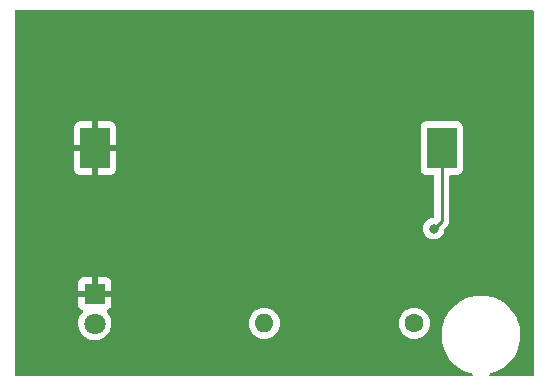
<source format=gbr>
%TF.GenerationSoftware,KiCad,Pcbnew,6.0.11+dfsg-1*%
%TF.CreationDate,2024-09-11T15:53:31+10:00*%
%TF.ProjectId,big_muff_pi_copy,6269675f-6d75-4666-965f-70695f636f70,V1*%
%TF.SameCoordinates,Original*%
%TF.FileFunction,Copper,L2,Bot*%
%TF.FilePolarity,Positive*%
%FSLAX46Y46*%
G04 Gerber Fmt 4.6, Leading zero omitted, Abs format (unit mm)*
G04 Created by KiCad (PCBNEW 6.0.11+dfsg-1) date 2024-09-11 15:53:31*
%MOMM*%
%LPD*%
G01*
G04 APERTURE LIST*
%TA.AperFunction,ComponentPad*%
%ADD10R,1.800000X1.800000*%
%TD*%
%TA.AperFunction,ComponentPad*%
%ADD11C,1.800000*%
%TD*%
%TA.AperFunction,ComponentPad*%
%ADD12C,1.600000*%
%TD*%
%TA.AperFunction,ComponentPad*%
%ADD13O,1.600000X1.600000*%
%TD*%
%TA.AperFunction,SMDPad,CuDef*%
%ADD14R,2.540000X3.510000*%
%TD*%
%TA.AperFunction,ViaPad*%
%ADD15C,0.800000*%
%TD*%
%TA.AperFunction,Conductor*%
%ADD16C,0.250000*%
%TD*%
G04 APERTURE END LIST*
D10*
%TO.P,D1,1,K*%
%TO.N,GND*%
X132302287Y-102482679D03*
D11*
%TO.P,D1,2,A*%
%TO.N,/led*%
X132302287Y-105022679D03*
%TD*%
D12*
%TO.P,R1,1*%
%TO.N,VCC*%
X159350000Y-105000000D03*
D13*
%TO.P,R1,2*%
%TO.N,/led*%
X146650000Y-105000000D03*
%TD*%
D14*
%TO.P,BT1,1,+*%
%TO.N,VCC*%
X161680000Y-90175000D03*
%TO.P,BT1,2,-*%
%TO.N,GND*%
X132320000Y-90175000D03*
%TD*%
D15*
%TO.N,VCC*%
X161000000Y-97000000D03*
%TD*%
D16*
%TO.N,VCC*%
X161680000Y-96320000D02*
X161000000Y-97000000D01*
X161680000Y-90175000D02*
X161680000Y-96320000D01*
%TO.N,GND*%
X132320000Y-90175000D02*
X132320000Y-102464966D01*
X132320000Y-102464966D02*
X132302287Y-102482679D01*
%TD*%
%TA.AperFunction,Conductor*%
%TO.N,GND*%
G36*
X169433621Y-78528502D02*
G01*
X169480114Y-78582158D01*
X169491500Y-78634500D01*
X169491500Y-109365500D01*
X169471498Y-109433621D01*
X169417842Y-109480114D01*
X169365500Y-109491500D01*
X165821533Y-109491500D01*
X165753412Y-109471498D01*
X165706919Y-109417842D01*
X165696815Y-109347568D01*
X165726309Y-109282988D01*
X165786035Y-109244604D01*
X165795121Y-109242299D01*
X165876191Y-109224919D01*
X166219355Y-109111428D01*
X166548256Y-108961540D01*
X166551193Y-108959796D01*
X166551199Y-108959793D01*
X166856110Y-108778749D01*
X166859044Y-108777007D01*
X166935018Y-108719964D01*
X167145354Y-108562041D01*
X167145363Y-108562034D01*
X167148086Y-108559989D01*
X167411999Y-108313023D01*
X167647696Y-108039000D01*
X167784106Y-107840522D01*
X167850490Y-107743934D01*
X167850495Y-107743927D01*
X167852420Y-107741125D01*
X167854032Y-107738131D01*
X167854037Y-107738123D01*
X168022154Y-107425893D01*
X168023776Y-107422881D01*
X168159760Y-107087993D01*
X168168300Y-107058015D01*
X168257847Y-106743655D01*
X168258781Y-106740377D01*
X168311057Y-106434551D01*
X168319109Y-106387447D01*
X168319109Y-106387445D01*
X168319681Y-106384100D01*
X168320052Y-106378043D01*
X168341635Y-106025160D01*
X168341747Y-106023330D01*
X168341796Y-106009357D01*
X168341822Y-106001820D01*
X168341822Y-106001809D01*
X168341828Y-106000000D01*
X168322282Y-105639085D01*
X168263871Y-105282391D01*
X168167279Y-104934093D01*
X168161625Y-104919883D01*
X168034896Y-104601428D01*
X168034892Y-104601420D01*
X168033636Y-104598263D01*
X168019849Y-104572223D01*
X167866100Y-104281841D01*
X167866098Y-104281837D01*
X167864506Y-104278831D01*
X167661866Y-103979534D01*
X167659661Y-103976934D01*
X167659655Y-103976926D01*
X167480535Y-103765716D01*
X167428088Y-103703872D01*
X167165905Y-103455070D01*
X166878386Y-103236039D01*
X166875474Y-103234282D01*
X166875469Y-103234279D01*
X166571815Y-103051103D01*
X166571806Y-103051098D01*
X166568893Y-103049341D01*
X166565803Y-103047907D01*
X166565798Y-103047904D01*
X166244143Y-102898597D01*
X166244141Y-102898596D01*
X166241047Y-102897160D01*
X166237812Y-102896065D01*
X166237807Y-102896063D01*
X165901919Y-102782371D01*
X165898684Y-102781276D01*
X165545807Y-102703046D01*
X165418774Y-102689021D01*
X165189927Y-102663756D01*
X165189922Y-102663756D01*
X165186546Y-102663383D01*
X165183147Y-102663377D01*
X165183146Y-102663377D01*
X165012755Y-102663080D01*
X164825102Y-102662752D01*
X164710738Y-102674974D01*
X164469088Y-102700798D01*
X164469080Y-102700799D01*
X164465705Y-102701160D01*
X164112557Y-102778159D01*
X163769791Y-102892847D01*
X163766698Y-102894269D01*
X163766697Y-102894270D01*
X163583193Y-102978672D01*
X163441416Y-103043883D01*
X163131273Y-103229499D01*
X162842991Y-103447525D01*
X162579942Y-103695410D01*
X162577730Y-103698000D01*
X162577729Y-103698001D01*
X162532494Y-103750964D01*
X162345203Y-103970254D01*
X162343275Y-103973081D01*
X162343273Y-103973083D01*
X162331130Y-103990884D01*
X162141520Y-104268843D01*
X161971275Y-104587682D01*
X161970000Y-104590854D01*
X161969998Y-104590858D01*
X161889202Y-104791846D01*
X161836461Y-104923043D01*
X161783291Y-105112202D01*
X161751746Y-105224428D01*
X161738654Y-105271003D01*
X161738093Y-105274356D01*
X161738092Y-105274360D01*
X161692368Y-105547601D01*
X161678999Y-105627490D01*
X161658192Y-105988335D01*
X161658783Y-106000000D01*
X161676479Y-106349316D01*
X161733644Y-106706211D01*
X161829020Y-107054845D01*
X161961489Y-107391139D01*
X162129504Y-107711159D01*
X162331097Y-108011162D01*
X162563912Y-108287639D01*
X162825224Y-108537354D01*
X163111977Y-108757387D01*
X163114890Y-108759158D01*
X163417902Y-108943393D01*
X163417907Y-108943396D01*
X163420817Y-108945165D01*
X163423905Y-108946611D01*
X163423904Y-108946611D01*
X163745045Y-109097045D01*
X163745055Y-109097049D01*
X163748129Y-109098489D01*
X163751347Y-109099591D01*
X163751350Y-109099592D01*
X164086863Y-109214464D01*
X164086871Y-109214466D01*
X164090086Y-109215567D01*
X164093416Y-109216317D01*
X164093418Y-109216318D01*
X164209965Y-109242583D01*
X164272022Y-109277071D01*
X164305582Y-109339636D01*
X164299989Y-109410412D01*
X164257020Y-109466928D01*
X164190316Y-109491242D01*
X164182265Y-109491500D01*
X125634500Y-109491500D01*
X125566379Y-109471498D01*
X125519886Y-109417842D01*
X125508500Y-109365500D01*
X125508500Y-104988148D01*
X130889382Y-104988148D01*
X130889679Y-104993301D01*
X130889679Y-104993304D01*
X130902416Y-105214208D01*
X130902714Y-105219376D01*
X130903851Y-105224422D01*
X130903852Y-105224428D01*
X130936028Y-105367202D01*
X130953633Y-105445321D01*
X130955575Y-105450103D01*
X130955576Y-105450107D01*
X131030946Y-105635721D01*
X131040771Y-105659916D01*
X131043470Y-105664320D01*
X131153762Y-105844300D01*
X131161788Y-105857398D01*
X131313434Y-106032463D01*
X131491636Y-106180409D01*
X131691609Y-106297263D01*
X131696434Y-106299105D01*
X131696435Y-106299106D01*
X131734124Y-106313498D01*
X131907981Y-106379888D01*
X131913047Y-106380919D01*
X131913048Y-106380919D01*
X131966133Y-106391719D01*
X132134943Y-106426064D01*
X132265611Y-106430855D01*
X132361236Y-106434362D01*
X132361240Y-106434362D01*
X132366400Y-106434551D01*
X132371520Y-106433895D01*
X132371522Y-106433895D01*
X132444557Y-106424539D01*
X132596134Y-106405121D01*
X132601082Y-106403636D01*
X132601089Y-106403635D01*
X132813034Y-106340048D01*
X132817977Y-106338565D01*
X132822611Y-106336295D01*
X133021336Y-106238941D01*
X133021339Y-106238939D01*
X133025971Y-106236670D01*
X133214530Y-106102173D01*
X133378590Y-105938684D01*
X133513745Y-105750596D01*
X133560928Y-105655129D01*
X133614071Y-105547601D01*
X133614072Y-105547599D01*
X133616365Y-105542959D01*
X133683695Y-105321350D01*
X133713927Y-105091720D01*
X133715614Y-105022679D01*
X133713749Y-105000000D01*
X145336502Y-105000000D01*
X145356457Y-105228087D01*
X145357881Y-105233400D01*
X145357881Y-105233402D01*
X145371912Y-105285764D01*
X145415716Y-105449243D01*
X145418039Y-105454224D01*
X145418039Y-105454225D01*
X145510151Y-105651762D01*
X145510154Y-105651767D01*
X145512477Y-105656749D01*
X145643802Y-105844300D01*
X145805700Y-106006198D01*
X145810208Y-106009355D01*
X145810211Y-106009357D01*
X145830167Y-106023330D01*
X145993251Y-106137523D01*
X145998233Y-106139846D01*
X145998238Y-106139849D01*
X146195775Y-106231961D01*
X146200757Y-106234284D01*
X146206065Y-106235706D01*
X146206067Y-106235707D01*
X146416598Y-106292119D01*
X146416600Y-106292119D01*
X146421913Y-106293543D01*
X146650000Y-106313498D01*
X146878087Y-106293543D01*
X146883400Y-106292119D01*
X146883402Y-106292119D01*
X147093933Y-106235707D01*
X147093935Y-106235706D01*
X147099243Y-106234284D01*
X147104225Y-106231961D01*
X147301762Y-106139849D01*
X147301767Y-106139846D01*
X147306749Y-106137523D01*
X147469833Y-106023330D01*
X147489789Y-106009357D01*
X147489792Y-106009355D01*
X147494300Y-106006198D01*
X147656198Y-105844300D01*
X147787523Y-105656749D01*
X147789846Y-105651767D01*
X147789849Y-105651762D01*
X147881961Y-105454225D01*
X147881961Y-105454224D01*
X147884284Y-105449243D01*
X147928089Y-105285764D01*
X147942119Y-105233402D01*
X147942119Y-105233400D01*
X147943543Y-105228087D01*
X147963498Y-105000000D01*
X158036502Y-105000000D01*
X158056457Y-105228087D01*
X158057881Y-105233400D01*
X158057881Y-105233402D01*
X158071912Y-105285764D01*
X158115716Y-105449243D01*
X158118039Y-105454224D01*
X158118039Y-105454225D01*
X158210151Y-105651762D01*
X158210154Y-105651767D01*
X158212477Y-105656749D01*
X158343802Y-105844300D01*
X158505700Y-106006198D01*
X158510208Y-106009355D01*
X158510211Y-106009357D01*
X158530167Y-106023330D01*
X158693251Y-106137523D01*
X158698233Y-106139846D01*
X158698238Y-106139849D01*
X158895775Y-106231961D01*
X158900757Y-106234284D01*
X158906065Y-106235706D01*
X158906067Y-106235707D01*
X159116598Y-106292119D01*
X159116600Y-106292119D01*
X159121913Y-106293543D01*
X159350000Y-106313498D01*
X159578087Y-106293543D01*
X159583400Y-106292119D01*
X159583402Y-106292119D01*
X159793933Y-106235707D01*
X159793935Y-106235706D01*
X159799243Y-106234284D01*
X159804225Y-106231961D01*
X160001762Y-106139849D01*
X160001767Y-106139846D01*
X160006749Y-106137523D01*
X160169833Y-106023330D01*
X160189789Y-106009357D01*
X160189792Y-106009355D01*
X160194300Y-106006198D01*
X160356198Y-105844300D01*
X160487523Y-105656749D01*
X160489846Y-105651767D01*
X160489849Y-105651762D01*
X160581961Y-105454225D01*
X160581961Y-105454224D01*
X160584284Y-105449243D01*
X160628089Y-105285764D01*
X160642119Y-105233402D01*
X160642119Y-105233400D01*
X160643543Y-105228087D01*
X160663498Y-105000000D01*
X160643543Y-104771913D01*
X160642119Y-104766598D01*
X160585707Y-104556067D01*
X160585706Y-104556065D01*
X160584284Y-104550757D01*
X160495122Y-104359547D01*
X160489849Y-104348238D01*
X160489846Y-104348233D01*
X160487523Y-104343251D01*
X160414098Y-104238389D01*
X160359357Y-104160211D01*
X160359355Y-104160208D01*
X160356198Y-104155700D01*
X160194300Y-103993802D01*
X160189792Y-103990645D01*
X160189789Y-103990643D01*
X160020373Y-103872017D01*
X160006749Y-103862477D01*
X160001767Y-103860154D01*
X160001762Y-103860151D01*
X159804225Y-103768039D01*
X159804224Y-103768039D01*
X159799243Y-103765716D01*
X159793935Y-103764294D01*
X159793933Y-103764293D01*
X159583402Y-103707881D01*
X159583400Y-103707881D01*
X159578087Y-103706457D01*
X159350000Y-103686502D01*
X159121913Y-103706457D01*
X159116600Y-103707881D01*
X159116598Y-103707881D01*
X158906067Y-103764293D01*
X158906065Y-103764294D01*
X158900757Y-103765716D01*
X158895776Y-103768039D01*
X158895775Y-103768039D01*
X158698238Y-103860151D01*
X158698233Y-103860154D01*
X158693251Y-103862477D01*
X158679627Y-103872017D01*
X158510211Y-103990643D01*
X158510208Y-103990645D01*
X158505700Y-103993802D01*
X158343802Y-104155700D01*
X158340645Y-104160208D01*
X158340643Y-104160211D01*
X158285902Y-104238389D01*
X158212477Y-104343251D01*
X158210154Y-104348233D01*
X158210151Y-104348238D01*
X158204878Y-104359547D01*
X158115716Y-104550757D01*
X158114294Y-104556065D01*
X158114293Y-104556067D01*
X158057881Y-104766598D01*
X158056457Y-104771913D01*
X158036502Y-105000000D01*
X147963498Y-105000000D01*
X147943543Y-104771913D01*
X147942119Y-104766598D01*
X147885707Y-104556067D01*
X147885706Y-104556065D01*
X147884284Y-104550757D01*
X147795122Y-104359547D01*
X147789849Y-104348238D01*
X147789846Y-104348233D01*
X147787523Y-104343251D01*
X147714098Y-104238389D01*
X147659357Y-104160211D01*
X147659355Y-104160208D01*
X147656198Y-104155700D01*
X147494300Y-103993802D01*
X147489792Y-103990645D01*
X147489789Y-103990643D01*
X147320373Y-103872017D01*
X147306749Y-103862477D01*
X147301767Y-103860154D01*
X147301762Y-103860151D01*
X147104225Y-103768039D01*
X147104224Y-103768039D01*
X147099243Y-103765716D01*
X147093935Y-103764294D01*
X147093933Y-103764293D01*
X146883402Y-103707881D01*
X146883400Y-103707881D01*
X146878087Y-103706457D01*
X146650000Y-103686502D01*
X146421913Y-103706457D01*
X146416600Y-103707881D01*
X146416598Y-103707881D01*
X146206067Y-103764293D01*
X146206065Y-103764294D01*
X146200757Y-103765716D01*
X146195776Y-103768039D01*
X146195775Y-103768039D01*
X145998238Y-103860151D01*
X145998233Y-103860154D01*
X145993251Y-103862477D01*
X145979627Y-103872017D01*
X145810211Y-103990643D01*
X145810208Y-103990645D01*
X145805700Y-103993802D01*
X145643802Y-104155700D01*
X145640645Y-104160208D01*
X145640643Y-104160211D01*
X145585902Y-104238389D01*
X145512477Y-104343251D01*
X145510154Y-104348233D01*
X145510151Y-104348238D01*
X145504878Y-104359547D01*
X145415716Y-104550757D01*
X145414294Y-104556065D01*
X145414293Y-104556067D01*
X145357881Y-104766598D01*
X145356457Y-104771913D01*
X145336502Y-105000000D01*
X133713749Y-105000000D01*
X133700598Y-104840037D01*
X133697060Y-104796997D01*
X133697059Y-104796991D01*
X133696636Y-104791846D01*
X133668424Y-104679529D01*
X133641471Y-104572223D01*
X133641470Y-104572219D01*
X133640212Y-104567212D01*
X133630891Y-104545775D01*
X133549917Y-104359547D01*
X133549915Y-104359544D01*
X133547857Y-104354810D01*
X133422051Y-104160344D01*
X133417826Y-104155700D01*
X133331773Y-104061130D01*
X133300721Y-103997284D01*
X133309116Y-103926785D01*
X133354292Y-103872017D01*
X133380736Y-103858348D01*
X133440341Y-103836003D01*
X133455936Y-103827465D01*
X133558011Y-103750964D01*
X133570572Y-103738403D01*
X133647073Y-103636328D01*
X133655611Y-103620733D01*
X133700765Y-103500285D01*
X133704392Y-103485030D01*
X133709918Y-103434165D01*
X133710287Y-103427351D01*
X133710287Y-102754794D01*
X133705812Y-102739555D01*
X133704422Y-102738350D01*
X133696739Y-102736679D01*
X130912403Y-102736679D01*
X130897164Y-102741154D01*
X130895959Y-102742544D01*
X130894288Y-102750227D01*
X130894288Y-103427348D01*
X130894658Y-103434169D01*
X130900182Y-103485031D01*
X130903808Y-103500283D01*
X130948963Y-103620733D01*
X130957501Y-103636328D01*
X131034002Y-103738403D01*
X131046563Y-103750964D01*
X131148638Y-103827465D01*
X131164233Y-103836003D01*
X131223827Y-103858344D01*
X131280591Y-103900986D01*
X131305291Y-103967547D01*
X131290083Y-104036896D01*
X131270691Y-104063377D01*
X131203926Y-104133243D01*
X131201012Y-104137515D01*
X131201011Y-104137516D01*
X131186030Y-104159478D01*
X131073406Y-104324578D01*
X130975889Y-104534660D01*
X130913994Y-104757848D01*
X130889382Y-104988148D01*
X125508500Y-104988148D01*
X125508500Y-102210564D01*
X130894287Y-102210564D01*
X130898762Y-102225803D01*
X130900152Y-102227008D01*
X130907835Y-102228679D01*
X132030172Y-102228679D01*
X132045411Y-102224204D01*
X132046616Y-102222814D01*
X132048287Y-102215131D01*
X132048287Y-102210564D01*
X132556287Y-102210564D01*
X132560762Y-102225803D01*
X132562152Y-102227008D01*
X132569835Y-102228679D01*
X133692171Y-102228679D01*
X133707410Y-102224204D01*
X133708615Y-102222814D01*
X133710286Y-102215131D01*
X133710286Y-101538010D01*
X133709916Y-101531189D01*
X133704392Y-101480327D01*
X133700766Y-101465075D01*
X133655611Y-101344625D01*
X133647073Y-101329030D01*
X133570572Y-101226955D01*
X133558011Y-101214394D01*
X133455936Y-101137893D01*
X133440341Y-101129355D01*
X133319893Y-101084201D01*
X133304638Y-101080574D01*
X133253773Y-101075048D01*
X133246959Y-101074679D01*
X132574402Y-101074679D01*
X132559163Y-101079154D01*
X132557958Y-101080544D01*
X132556287Y-101088227D01*
X132556287Y-102210564D01*
X132048287Y-102210564D01*
X132048287Y-101092795D01*
X132043812Y-101077556D01*
X132042422Y-101076351D01*
X132034739Y-101074680D01*
X131357618Y-101074680D01*
X131350797Y-101075050D01*
X131299935Y-101080574D01*
X131284683Y-101084200D01*
X131164233Y-101129355D01*
X131148638Y-101137893D01*
X131046563Y-101214394D01*
X131034002Y-101226955D01*
X130957501Y-101329030D01*
X130948963Y-101344625D01*
X130903809Y-101465073D01*
X130900182Y-101480328D01*
X130894656Y-101531193D01*
X130894287Y-101538007D01*
X130894287Y-102210564D01*
X125508500Y-102210564D01*
X125508500Y-91974669D01*
X130542001Y-91974669D01*
X130542371Y-91981490D01*
X130547895Y-92032352D01*
X130551521Y-92047604D01*
X130596676Y-92168054D01*
X130605214Y-92183649D01*
X130681715Y-92285724D01*
X130694276Y-92298285D01*
X130796351Y-92374786D01*
X130811946Y-92383324D01*
X130932394Y-92428478D01*
X130947649Y-92432105D01*
X130998514Y-92437631D01*
X131005328Y-92438000D01*
X132047885Y-92438000D01*
X132063124Y-92433525D01*
X132064329Y-92432135D01*
X132066000Y-92424452D01*
X132066000Y-92419884D01*
X132574000Y-92419884D01*
X132578475Y-92435123D01*
X132579865Y-92436328D01*
X132587548Y-92437999D01*
X133634669Y-92437999D01*
X133641490Y-92437629D01*
X133692352Y-92432105D01*
X133707604Y-92428479D01*
X133828054Y-92383324D01*
X133843649Y-92374786D01*
X133945724Y-92298285D01*
X133958285Y-92285724D01*
X134034786Y-92183649D01*
X134043324Y-92168054D01*
X134088478Y-92047606D01*
X134092105Y-92032351D01*
X134097631Y-91981486D01*
X134097813Y-91978134D01*
X159901500Y-91978134D01*
X159908255Y-92040316D01*
X159959385Y-92176705D01*
X160046739Y-92293261D01*
X160163295Y-92380615D01*
X160299684Y-92431745D01*
X160361866Y-92438500D01*
X160920500Y-92438500D01*
X160988621Y-92458502D01*
X161035114Y-92512158D01*
X161046500Y-92564500D01*
X161046500Y-95965500D01*
X161026498Y-96033621D01*
X160972842Y-96080114D01*
X160920500Y-96091500D01*
X160904513Y-96091500D01*
X160898061Y-96092872D01*
X160898056Y-96092872D01*
X160811113Y-96111353D01*
X160717712Y-96131206D01*
X160711682Y-96133891D01*
X160711681Y-96133891D01*
X160549278Y-96206197D01*
X160549276Y-96206198D01*
X160543248Y-96208882D01*
X160388747Y-96321134D01*
X160384326Y-96326044D01*
X160384325Y-96326045D01*
X160335946Y-96379776D01*
X160260960Y-96463056D01*
X160165473Y-96628444D01*
X160106458Y-96810072D01*
X160086496Y-97000000D01*
X160106458Y-97189928D01*
X160165473Y-97371556D01*
X160260960Y-97536944D01*
X160388747Y-97678866D01*
X160543248Y-97791118D01*
X160549276Y-97793802D01*
X160549278Y-97793803D01*
X160711681Y-97866109D01*
X160717712Y-97868794D01*
X160811112Y-97888647D01*
X160898056Y-97907128D01*
X160898061Y-97907128D01*
X160904513Y-97908500D01*
X161095487Y-97908500D01*
X161101939Y-97907128D01*
X161101944Y-97907128D01*
X161188888Y-97888647D01*
X161282288Y-97868794D01*
X161288319Y-97866109D01*
X161450722Y-97793803D01*
X161450724Y-97793802D01*
X161456752Y-97791118D01*
X161611253Y-97678866D01*
X161739040Y-97536944D01*
X161834527Y-97371556D01*
X161893542Y-97189928D01*
X161910907Y-97024706D01*
X161937920Y-96959050D01*
X161947122Y-96948782D01*
X162072247Y-96823657D01*
X162080537Y-96816113D01*
X162087018Y-96812000D01*
X162133659Y-96762332D01*
X162136413Y-96759491D01*
X162156134Y-96739770D01*
X162158612Y-96736575D01*
X162166318Y-96727553D01*
X162191158Y-96701101D01*
X162196586Y-96695321D01*
X162206346Y-96677568D01*
X162217199Y-96661045D01*
X162224753Y-96651306D01*
X162229613Y-96645041D01*
X162247176Y-96604457D01*
X162252383Y-96593827D01*
X162273695Y-96555060D01*
X162275666Y-96547383D01*
X162275668Y-96547378D01*
X162278732Y-96535442D01*
X162285138Y-96516730D01*
X162290033Y-96505419D01*
X162293181Y-96498145D01*
X162294421Y-96490317D01*
X162294423Y-96490310D01*
X162300099Y-96454476D01*
X162302505Y-96442856D01*
X162311528Y-96407711D01*
X162311528Y-96407710D01*
X162313500Y-96400030D01*
X162313500Y-96379776D01*
X162315051Y-96360065D01*
X162316980Y-96347886D01*
X162318220Y-96340057D01*
X162314059Y-96296038D01*
X162313500Y-96284181D01*
X162313500Y-92564500D01*
X162333502Y-92496379D01*
X162387158Y-92449886D01*
X162439500Y-92438500D01*
X162998134Y-92438500D01*
X163060316Y-92431745D01*
X163196705Y-92380615D01*
X163313261Y-92293261D01*
X163400615Y-92176705D01*
X163451745Y-92040316D01*
X163458500Y-91978134D01*
X163458500Y-88371866D01*
X163451745Y-88309684D01*
X163400615Y-88173295D01*
X163313261Y-88056739D01*
X163196705Y-87969385D01*
X163060316Y-87918255D01*
X162998134Y-87911500D01*
X160361866Y-87911500D01*
X160299684Y-87918255D01*
X160163295Y-87969385D01*
X160046739Y-88056739D01*
X159959385Y-88173295D01*
X159908255Y-88309684D01*
X159901500Y-88371866D01*
X159901500Y-91978134D01*
X134097813Y-91978134D01*
X134098000Y-91974672D01*
X134098000Y-90447115D01*
X134093525Y-90431876D01*
X134092135Y-90430671D01*
X134084452Y-90429000D01*
X132592115Y-90429000D01*
X132576876Y-90433475D01*
X132575671Y-90434865D01*
X132574000Y-90442548D01*
X132574000Y-92419884D01*
X132066000Y-92419884D01*
X132066000Y-90447115D01*
X132061525Y-90431876D01*
X132060135Y-90430671D01*
X132052452Y-90429000D01*
X130560116Y-90429000D01*
X130544877Y-90433475D01*
X130543672Y-90434865D01*
X130542001Y-90442548D01*
X130542001Y-91974669D01*
X125508500Y-91974669D01*
X125508500Y-89902885D01*
X130542000Y-89902885D01*
X130546475Y-89918124D01*
X130547865Y-89919329D01*
X130555548Y-89921000D01*
X132047885Y-89921000D01*
X132063124Y-89916525D01*
X132064329Y-89915135D01*
X132066000Y-89907452D01*
X132066000Y-89902885D01*
X132574000Y-89902885D01*
X132578475Y-89918124D01*
X132579865Y-89919329D01*
X132587548Y-89921000D01*
X134079884Y-89921000D01*
X134095123Y-89916525D01*
X134096328Y-89915135D01*
X134097999Y-89907452D01*
X134097999Y-88375331D01*
X134097629Y-88368510D01*
X134092105Y-88317648D01*
X134088479Y-88302396D01*
X134043324Y-88181946D01*
X134034786Y-88166351D01*
X133958285Y-88064276D01*
X133945724Y-88051715D01*
X133843649Y-87975214D01*
X133828054Y-87966676D01*
X133707606Y-87921522D01*
X133692351Y-87917895D01*
X133641486Y-87912369D01*
X133634672Y-87912000D01*
X132592115Y-87912000D01*
X132576876Y-87916475D01*
X132575671Y-87917865D01*
X132574000Y-87925548D01*
X132574000Y-89902885D01*
X132066000Y-89902885D01*
X132066000Y-87930116D01*
X132061525Y-87914877D01*
X132060135Y-87913672D01*
X132052452Y-87912001D01*
X131005331Y-87912001D01*
X130998510Y-87912371D01*
X130947648Y-87917895D01*
X130932396Y-87921521D01*
X130811946Y-87966676D01*
X130796351Y-87975214D01*
X130694276Y-88051715D01*
X130681715Y-88064276D01*
X130605214Y-88166351D01*
X130596676Y-88181946D01*
X130551522Y-88302394D01*
X130547895Y-88317649D01*
X130542369Y-88368514D01*
X130542000Y-88375328D01*
X130542000Y-89902885D01*
X125508500Y-89902885D01*
X125508500Y-78634500D01*
X125528502Y-78566379D01*
X125582158Y-78519886D01*
X125634500Y-78508500D01*
X169365500Y-78508500D01*
X169433621Y-78528502D01*
G37*
%TD.AperFunction*%
%TD*%
M02*

</source>
